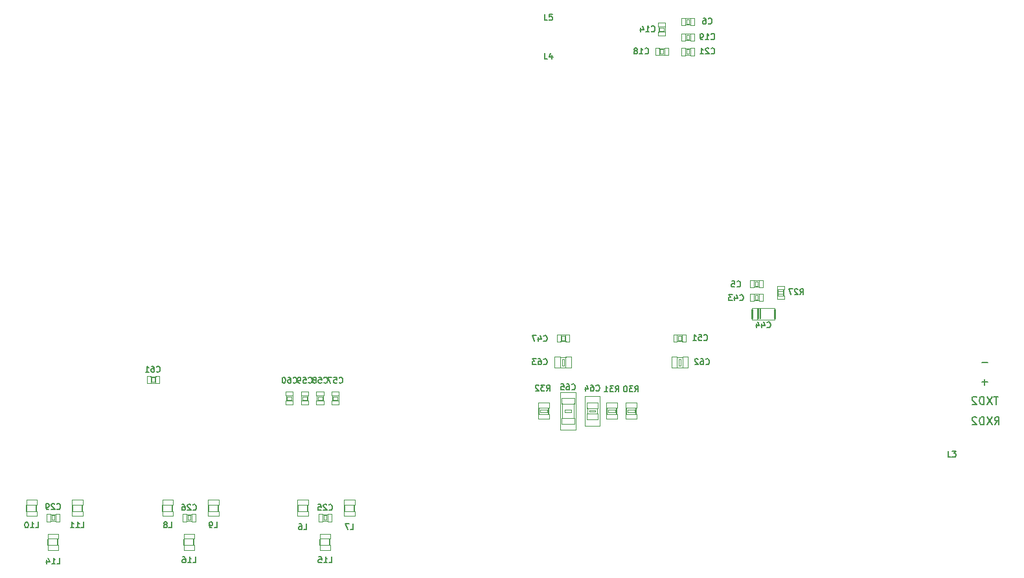
<source format=gbo>
G04 (created by PCBNEW (2013-03-19 BZR 4004)-stable) date 2014/12/12 17:07:44*
%MOIN*%
G04 Gerber Fmt 3.4, Leading zero omitted, Abs format*
%FSLAX34Y34*%
G01*
G70*
G90*
G04 APERTURE LIST*
%ADD10C,0*%
%ADD11C,0.008*%
%ADD12C,0.0026*%
%ADD13C,0.006*%
%ADD14C,0.002*%
%ADD15C,0.004*%
%ADD16C,0.0079*%
%ADD17C,0.005*%
G04 APERTURE END LIST*
G54D10*
G54D11*
X79207Y-70211D02*
X79340Y-70021D01*
X79435Y-70211D02*
X79435Y-69811D01*
X79283Y-69811D01*
X79245Y-69830D01*
X79226Y-69850D01*
X79207Y-69888D01*
X79207Y-69945D01*
X79226Y-69983D01*
X79245Y-70002D01*
X79283Y-70021D01*
X79435Y-70021D01*
X79073Y-69811D02*
X78807Y-70211D01*
X78807Y-69811D02*
X79073Y-70211D01*
X78654Y-70211D02*
X78654Y-69811D01*
X78559Y-69811D01*
X78502Y-69830D01*
X78464Y-69869D01*
X78445Y-69907D01*
X78426Y-69983D01*
X78426Y-70040D01*
X78445Y-70116D01*
X78464Y-70154D01*
X78502Y-70192D01*
X78559Y-70211D01*
X78654Y-70211D01*
X78273Y-69850D02*
X78254Y-69830D01*
X78216Y-69811D01*
X78121Y-69811D01*
X78083Y-69830D01*
X78064Y-69850D01*
X78045Y-69888D01*
X78045Y-69926D01*
X78064Y-69983D01*
X78292Y-70211D01*
X78045Y-70211D01*
X79395Y-68761D02*
X79166Y-68761D01*
X79280Y-69161D02*
X79280Y-68761D01*
X79071Y-68761D02*
X78804Y-69161D01*
X78804Y-68761D02*
X79071Y-69161D01*
X78652Y-69161D02*
X78652Y-68761D01*
X78557Y-68761D01*
X78500Y-68780D01*
X78461Y-68819D01*
X78442Y-68857D01*
X78423Y-68933D01*
X78423Y-68990D01*
X78442Y-69066D01*
X78461Y-69104D01*
X78500Y-69142D01*
X78557Y-69161D01*
X78652Y-69161D01*
X78271Y-68800D02*
X78252Y-68780D01*
X78214Y-68761D01*
X78119Y-68761D01*
X78080Y-68780D01*
X78061Y-68800D01*
X78042Y-68838D01*
X78042Y-68876D01*
X78061Y-68933D01*
X78290Y-69161D01*
X78042Y-69161D01*
X78852Y-68009D02*
X78547Y-68009D01*
X78700Y-68161D02*
X78700Y-67857D01*
X78852Y-67009D02*
X78547Y-67009D01*
G54D12*
X38025Y-76410D02*
X38025Y-76665D01*
X38025Y-76665D02*
X37474Y-76665D01*
X37474Y-76410D02*
X37474Y-76665D01*
X38025Y-76410D02*
X37474Y-76410D01*
X38025Y-75830D02*
X38025Y-76086D01*
X38025Y-76086D02*
X37474Y-76086D01*
X37474Y-75830D02*
X37474Y-76086D01*
X38025Y-75830D02*
X37474Y-75830D01*
G54D13*
X37500Y-76089D02*
X37500Y-76411D01*
X38000Y-76089D02*
X38000Y-76411D01*
G54D12*
X29375Y-74340D02*
X29375Y-74085D01*
X29375Y-74085D02*
X29926Y-74085D01*
X29926Y-74340D02*
X29926Y-74085D01*
X29375Y-74340D02*
X29926Y-74340D01*
X29375Y-74920D02*
X29375Y-74664D01*
X29375Y-74664D02*
X29926Y-74664D01*
X29926Y-74920D02*
X29926Y-74664D01*
X29375Y-74920D02*
X29926Y-74920D01*
G54D13*
X29900Y-74661D02*
X29900Y-74339D01*
X29400Y-74661D02*
X29400Y-74339D01*
G54D12*
X43325Y-74340D02*
X43325Y-74085D01*
X43325Y-74085D02*
X43876Y-74085D01*
X43876Y-74340D02*
X43876Y-74085D01*
X43325Y-74340D02*
X43876Y-74340D01*
X43325Y-74920D02*
X43325Y-74664D01*
X43325Y-74664D02*
X43876Y-74664D01*
X43876Y-74920D02*
X43876Y-74664D01*
X43325Y-74920D02*
X43876Y-74920D01*
G54D13*
X43850Y-74661D02*
X43850Y-74339D01*
X43350Y-74661D02*
X43350Y-74339D01*
G54D12*
X31725Y-74340D02*
X31725Y-74085D01*
X31725Y-74085D02*
X32276Y-74085D01*
X32276Y-74340D02*
X32276Y-74085D01*
X31725Y-74340D02*
X32276Y-74340D01*
X31725Y-74920D02*
X31725Y-74664D01*
X31725Y-74664D02*
X32276Y-74664D01*
X32276Y-74920D02*
X32276Y-74664D01*
X31725Y-74920D02*
X32276Y-74920D01*
G54D13*
X32250Y-74661D02*
X32250Y-74339D01*
X31750Y-74661D02*
X31750Y-74339D01*
G54D12*
X45725Y-74340D02*
X45725Y-74085D01*
X45725Y-74085D02*
X46276Y-74085D01*
X46276Y-74340D02*
X46276Y-74085D01*
X45725Y-74340D02*
X46276Y-74340D01*
X45725Y-74920D02*
X45725Y-74664D01*
X45725Y-74664D02*
X46276Y-74664D01*
X46276Y-74920D02*
X46276Y-74664D01*
X45725Y-74920D02*
X46276Y-74920D01*
G54D13*
X46250Y-74661D02*
X46250Y-74339D01*
X45750Y-74661D02*
X45750Y-74339D01*
G54D12*
X36375Y-74340D02*
X36375Y-74085D01*
X36375Y-74085D02*
X36926Y-74085D01*
X36926Y-74340D02*
X36926Y-74085D01*
X36375Y-74340D02*
X36926Y-74340D01*
X36375Y-74920D02*
X36375Y-74664D01*
X36375Y-74664D02*
X36926Y-74664D01*
X36926Y-74920D02*
X36926Y-74664D01*
X36375Y-74920D02*
X36926Y-74920D01*
G54D13*
X36900Y-74661D02*
X36900Y-74339D01*
X36400Y-74661D02*
X36400Y-74339D01*
G54D12*
X38725Y-74340D02*
X38725Y-74085D01*
X38725Y-74085D02*
X39276Y-74085D01*
X39276Y-74340D02*
X39276Y-74085D01*
X38725Y-74340D02*
X39276Y-74340D01*
X38725Y-74920D02*
X38725Y-74664D01*
X38725Y-74664D02*
X39276Y-74664D01*
X39276Y-74920D02*
X39276Y-74664D01*
X38725Y-74920D02*
X39276Y-74920D01*
G54D13*
X39250Y-74661D02*
X39250Y-74339D01*
X38750Y-74661D02*
X38750Y-74339D01*
G54D12*
X31025Y-76410D02*
X31025Y-76665D01*
X31025Y-76665D02*
X30474Y-76665D01*
X30474Y-76410D02*
X30474Y-76665D01*
X31025Y-76410D02*
X30474Y-76410D01*
X31025Y-75830D02*
X31025Y-76086D01*
X31025Y-76086D02*
X30474Y-76086D01*
X30474Y-75830D02*
X30474Y-76086D01*
X31025Y-75830D02*
X30474Y-75830D01*
G54D13*
X30500Y-76089D02*
X30500Y-76411D01*
X31000Y-76089D02*
X31000Y-76411D01*
G54D12*
X45025Y-76410D02*
X45025Y-76665D01*
X45025Y-76665D02*
X44474Y-76665D01*
X44474Y-76410D02*
X44474Y-76665D01*
X45025Y-76410D02*
X44474Y-76410D01*
X45025Y-75830D02*
X45025Y-76086D01*
X45025Y-76086D02*
X44474Y-76086D01*
X44474Y-75830D02*
X44474Y-76086D01*
X45025Y-75830D02*
X44474Y-75830D01*
G54D13*
X44500Y-76089D02*
X44500Y-76411D01*
X45000Y-76089D02*
X45000Y-76411D01*
G54D12*
X56915Y-70170D02*
X56915Y-69874D01*
X56915Y-69874D02*
X57584Y-69874D01*
X57584Y-70170D02*
X57584Y-69874D01*
X56915Y-70170D02*
X57584Y-70170D01*
X56916Y-69126D02*
X56916Y-68830D01*
X56916Y-68830D02*
X57585Y-68830D01*
X57585Y-69126D02*
X57585Y-68830D01*
X56916Y-69126D02*
X57585Y-69126D01*
X57093Y-69578D02*
X57093Y-69422D01*
X57093Y-69422D02*
X57407Y-69422D01*
X57407Y-69578D02*
X57407Y-69422D01*
X57093Y-69578D02*
X57407Y-69578D01*
G54D14*
X57637Y-70473D02*
X57637Y-68527D01*
X56863Y-68527D02*
X56863Y-70473D01*
X56863Y-70473D02*
X57637Y-70473D01*
X57637Y-68527D02*
X56863Y-68527D01*
G54D15*
X57559Y-69879D02*
X57559Y-69121D01*
X56941Y-69879D02*
X56941Y-69121D01*
G54D12*
X58785Y-69071D02*
X58785Y-69366D01*
X58785Y-69366D02*
X58215Y-69366D01*
X58215Y-69071D02*
X58215Y-69366D01*
X58785Y-69071D02*
X58215Y-69071D01*
X58785Y-69640D02*
X58785Y-69935D01*
X58785Y-69935D02*
X58215Y-69935D01*
X58215Y-69640D02*
X58215Y-69935D01*
X58785Y-69640D02*
X58215Y-69640D01*
X58657Y-69461D02*
X58657Y-69539D01*
X58657Y-69539D02*
X58343Y-69539D01*
X58343Y-69461D02*
X58343Y-69539D01*
X58657Y-69461D02*
X58343Y-69461D01*
G54D14*
X58113Y-68724D02*
X58113Y-70276D01*
X58887Y-70276D02*
X58887Y-68724D01*
X58887Y-68724D02*
X58113Y-68724D01*
G54D15*
X58241Y-69350D02*
X58241Y-69650D01*
X58759Y-69360D02*
X58759Y-69650D01*
G54D14*
X58113Y-70276D02*
X58887Y-70276D01*
G54D12*
X60225Y-69340D02*
X60225Y-69085D01*
X60225Y-69085D02*
X60776Y-69085D01*
X60776Y-69340D02*
X60776Y-69085D01*
X60225Y-69340D02*
X60776Y-69340D01*
X60225Y-69920D02*
X60225Y-69664D01*
X60225Y-69664D02*
X60776Y-69664D01*
X60776Y-69920D02*
X60776Y-69664D01*
X60225Y-69920D02*
X60776Y-69920D01*
X60304Y-69578D02*
X60304Y-69422D01*
X60304Y-69422D02*
X60696Y-69422D01*
X60696Y-69578D02*
X60696Y-69422D01*
X60304Y-69578D02*
X60696Y-69578D01*
G54D13*
X60750Y-69661D02*
X60750Y-69339D01*
X60250Y-69661D02*
X60250Y-69339D01*
G54D12*
X59225Y-69340D02*
X59225Y-69085D01*
X59225Y-69085D02*
X59776Y-69085D01*
X59776Y-69340D02*
X59776Y-69085D01*
X59225Y-69340D02*
X59776Y-69340D01*
X59225Y-69920D02*
X59225Y-69664D01*
X59225Y-69664D02*
X59776Y-69664D01*
X59776Y-69920D02*
X59776Y-69664D01*
X59225Y-69920D02*
X59776Y-69920D01*
X59304Y-69578D02*
X59304Y-69422D01*
X59304Y-69422D02*
X59696Y-69422D01*
X59696Y-69578D02*
X59696Y-69422D01*
X59304Y-69578D02*
X59696Y-69578D01*
G54D13*
X59750Y-69661D02*
X59750Y-69339D01*
X59250Y-69661D02*
X59250Y-69339D01*
G54D12*
X55725Y-69340D02*
X55725Y-69085D01*
X55725Y-69085D02*
X56276Y-69085D01*
X56276Y-69340D02*
X56276Y-69085D01*
X55725Y-69340D02*
X56276Y-69340D01*
X55725Y-69920D02*
X55725Y-69664D01*
X55725Y-69664D02*
X56276Y-69664D01*
X56276Y-69920D02*
X56276Y-69664D01*
X55725Y-69920D02*
X56276Y-69920D01*
X55804Y-69578D02*
X55804Y-69422D01*
X55804Y-69422D02*
X56196Y-69422D01*
X56196Y-69578D02*
X56196Y-69422D01*
X55804Y-69578D02*
X56196Y-69578D01*
G54D13*
X56250Y-69661D02*
X56250Y-69339D01*
X55750Y-69661D02*
X55750Y-69339D01*
G54D12*
X68370Y-63570D02*
X68370Y-63730D01*
X68370Y-63730D02*
X68030Y-63730D01*
X68030Y-63570D02*
X68030Y-63730D01*
X68370Y-63570D02*
X68030Y-63570D01*
X68370Y-63070D02*
X68370Y-63230D01*
X68370Y-63230D02*
X68030Y-63230D01*
X68030Y-63070D02*
X68030Y-63230D01*
X68370Y-63070D02*
X68030Y-63070D01*
X68357Y-63322D02*
X68357Y-63478D01*
X68357Y-63478D02*
X68043Y-63478D01*
X68043Y-63322D02*
X68043Y-63478D01*
X68357Y-63322D02*
X68043Y-63322D01*
G54D13*
X68340Y-63230D02*
X68340Y-63570D01*
X68060Y-63570D02*
X68060Y-63230D01*
G54D16*
X67150Y-64750D02*
X67150Y-64250D01*
X67050Y-64750D02*
X67050Y-64250D01*
G54D12*
X66671Y-64264D02*
X66749Y-64264D01*
X66749Y-64264D02*
X66749Y-64736D01*
X66671Y-64736D02*
X66749Y-64736D01*
X66671Y-64264D02*
X66671Y-64736D01*
X67851Y-64264D02*
X67929Y-64264D01*
X67929Y-64264D02*
X67929Y-64736D01*
X67851Y-64736D02*
X67929Y-64736D01*
X67851Y-64264D02*
X67851Y-64736D01*
X66730Y-64205D02*
X66986Y-64205D01*
X66986Y-64205D02*
X66986Y-64795D01*
X66730Y-64795D02*
X66986Y-64795D01*
X66730Y-64205D02*
X66730Y-64795D01*
G54D15*
X66730Y-64795D02*
X67870Y-64795D01*
X67870Y-64795D02*
X67870Y-64205D01*
X67870Y-64205D02*
X66730Y-64205D01*
X66730Y-64205D02*
X66730Y-64795D01*
G54D12*
X62571Y-66715D02*
X62866Y-66715D01*
X62866Y-66715D02*
X62866Y-67285D01*
X62571Y-67285D02*
X62866Y-67285D01*
X62571Y-66715D02*
X62571Y-67285D01*
X63140Y-66715D02*
X63435Y-66715D01*
X63435Y-66715D02*
X63435Y-67285D01*
X63140Y-67285D02*
X63435Y-67285D01*
X63140Y-66715D02*
X63140Y-67285D01*
X62961Y-66843D02*
X63039Y-66843D01*
X63039Y-66843D02*
X63039Y-67157D01*
X62961Y-67157D02*
X63039Y-67157D01*
X62961Y-66843D02*
X62961Y-67157D01*
G54D15*
X62850Y-67259D02*
X63150Y-67259D01*
X62860Y-66741D02*
X63150Y-66741D01*
G54D12*
X57429Y-67285D02*
X57134Y-67285D01*
X57134Y-67285D02*
X57134Y-66715D01*
X57429Y-66715D02*
X57134Y-66715D01*
X57429Y-67285D02*
X57429Y-66715D01*
X56860Y-67285D02*
X56565Y-67285D01*
X56565Y-67285D02*
X56565Y-66715D01*
X56860Y-66715D02*
X56565Y-66715D01*
X56860Y-67285D02*
X56860Y-66715D01*
X57039Y-67157D02*
X56961Y-67157D01*
X56961Y-67157D02*
X56961Y-66843D01*
X57039Y-66843D02*
X56961Y-66843D01*
X57039Y-67157D02*
X57039Y-66843D01*
G54D15*
X57150Y-66741D02*
X56850Y-66741D01*
X57140Y-67259D02*
X56850Y-67259D01*
G54D12*
X45465Y-68515D02*
X45465Y-68712D01*
X45465Y-68712D02*
X45091Y-68712D01*
X45091Y-68515D02*
X45091Y-68712D01*
X45465Y-68515D02*
X45091Y-68515D01*
X45465Y-68975D02*
X45465Y-69171D01*
X45465Y-69171D02*
X45091Y-69171D01*
X45091Y-68975D02*
X45091Y-69171D01*
X45465Y-68975D02*
X45091Y-68975D01*
X45398Y-68767D02*
X45398Y-68923D01*
X45398Y-68923D02*
X45162Y-68923D01*
X45162Y-68767D02*
X45162Y-68923D01*
X45398Y-68767D02*
X45162Y-68767D01*
G54D15*
X45110Y-68705D02*
X45110Y-68985D01*
X45444Y-68705D02*
X45444Y-68985D01*
G54D12*
X44677Y-68515D02*
X44677Y-68712D01*
X44677Y-68712D02*
X44303Y-68712D01*
X44303Y-68515D02*
X44303Y-68712D01*
X44677Y-68515D02*
X44303Y-68515D01*
X44677Y-68975D02*
X44677Y-69171D01*
X44677Y-69171D02*
X44303Y-69171D01*
X44303Y-68975D02*
X44303Y-69171D01*
X44677Y-68975D02*
X44303Y-68975D01*
X44610Y-68767D02*
X44610Y-68923D01*
X44610Y-68923D02*
X44374Y-68923D01*
X44374Y-68767D02*
X44374Y-68923D01*
X44610Y-68767D02*
X44374Y-68767D01*
G54D15*
X44322Y-68705D02*
X44322Y-68985D01*
X44656Y-68705D02*
X44656Y-68985D01*
G54D12*
X43890Y-68515D02*
X43890Y-68712D01*
X43890Y-68712D02*
X43516Y-68712D01*
X43516Y-68515D02*
X43516Y-68712D01*
X43890Y-68515D02*
X43516Y-68515D01*
X43890Y-68975D02*
X43890Y-69171D01*
X43890Y-69171D02*
X43516Y-69171D01*
X43516Y-68975D02*
X43516Y-69171D01*
X43890Y-68975D02*
X43516Y-68975D01*
X43823Y-68767D02*
X43823Y-68923D01*
X43823Y-68923D02*
X43587Y-68923D01*
X43587Y-68767D02*
X43587Y-68923D01*
X43823Y-68767D02*
X43587Y-68767D01*
G54D15*
X43535Y-68705D02*
X43535Y-68985D01*
X43869Y-68705D02*
X43869Y-68985D01*
G54D12*
X43103Y-68515D02*
X43103Y-68712D01*
X43103Y-68712D02*
X42729Y-68712D01*
X42729Y-68515D02*
X42729Y-68712D01*
X43103Y-68515D02*
X42729Y-68515D01*
X43103Y-68975D02*
X43103Y-69171D01*
X43103Y-69171D02*
X42729Y-69171D01*
X42729Y-68975D02*
X42729Y-69171D01*
X43103Y-68975D02*
X42729Y-68975D01*
X43036Y-68767D02*
X43036Y-68923D01*
X43036Y-68923D02*
X42800Y-68923D01*
X42800Y-68767D02*
X42800Y-68923D01*
X43036Y-68767D02*
X42800Y-68767D01*
G54D15*
X42748Y-68705D02*
X42748Y-68985D01*
X43082Y-68705D02*
X43082Y-68985D01*
G54D12*
X36230Y-68085D02*
X36033Y-68085D01*
X36033Y-68085D02*
X36033Y-67711D01*
X36230Y-67711D02*
X36033Y-67711D01*
X36230Y-68085D02*
X36230Y-67711D01*
X35770Y-68085D02*
X35574Y-68085D01*
X35574Y-68085D02*
X35574Y-67711D01*
X35770Y-67711D02*
X35574Y-67711D01*
X35770Y-68085D02*
X35770Y-67711D01*
X35978Y-68018D02*
X35822Y-68018D01*
X35822Y-68018D02*
X35822Y-67782D01*
X35978Y-67782D02*
X35822Y-67782D01*
X35978Y-68018D02*
X35978Y-67782D01*
G54D15*
X36040Y-67730D02*
X35760Y-67730D01*
X36040Y-68064D02*
X35760Y-68064D01*
G54D12*
X66620Y-62765D02*
X66817Y-62765D01*
X66817Y-62765D02*
X66817Y-63139D01*
X66620Y-63139D02*
X66817Y-63139D01*
X66620Y-62765D02*
X66620Y-63139D01*
X67080Y-62765D02*
X67276Y-62765D01*
X67276Y-62765D02*
X67276Y-63139D01*
X67080Y-63139D02*
X67276Y-63139D01*
X67080Y-62765D02*
X67080Y-63139D01*
X66872Y-62832D02*
X67028Y-62832D01*
X67028Y-62832D02*
X67028Y-63068D01*
X66872Y-63068D02*
X67028Y-63068D01*
X66872Y-62832D02*
X66872Y-63068D01*
G54D15*
X66810Y-63120D02*
X67090Y-63120D01*
X66810Y-62786D02*
X67090Y-62786D01*
G54D12*
X66620Y-63465D02*
X66817Y-63465D01*
X66817Y-63465D02*
X66817Y-63839D01*
X66620Y-63839D02*
X66817Y-63839D01*
X66620Y-63465D02*
X66620Y-63839D01*
X67080Y-63465D02*
X67276Y-63465D01*
X67276Y-63465D02*
X67276Y-63839D01*
X67080Y-63839D02*
X67276Y-63839D01*
X67080Y-63465D02*
X67080Y-63839D01*
X66872Y-63532D02*
X67028Y-63532D01*
X67028Y-63532D02*
X67028Y-63768D01*
X66872Y-63768D02*
X67028Y-63768D01*
X66872Y-63532D02*
X66872Y-63768D01*
G54D15*
X66810Y-63820D02*
X67090Y-63820D01*
X66810Y-63486D02*
X67090Y-63486D01*
G54D12*
X62670Y-65565D02*
X62867Y-65565D01*
X62867Y-65565D02*
X62867Y-65939D01*
X62670Y-65939D02*
X62867Y-65939D01*
X62670Y-65565D02*
X62670Y-65939D01*
X63130Y-65565D02*
X63326Y-65565D01*
X63326Y-65565D02*
X63326Y-65939D01*
X63130Y-65939D02*
X63326Y-65939D01*
X63130Y-65565D02*
X63130Y-65939D01*
X62922Y-65632D02*
X63078Y-65632D01*
X63078Y-65632D02*
X63078Y-65868D01*
X62922Y-65868D02*
X63078Y-65868D01*
X62922Y-65632D02*
X62922Y-65868D01*
G54D15*
X62860Y-65920D02*
X63140Y-65920D01*
X62860Y-65586D02*
X63140Y-65586D01*
G54D12*
X30420Y-74815D02*
X30617Y-74815D01*
X30617Y-74815D02*
X30617Y-75189D01*
X30420Y-75189D02*
X30617Y-75189D01*
X30420Y-74815D02*
X30420Y-75189D01*
X30880Y-74815D02*
X31076Y-74815D01*
X31076Y-74815D02*
X31076Y-75189D01*
X30880Y-75189D02*
X31076Y-75189D01*
X30880Y-74815D02*
X30880Y-75189D01*
X30672Y-74882D02*
X30828Y-74882D01*
X30828Y-74882D02*
X30828Y-75118D01*
X30672Y-75118D02*
X30828Y-75118D01*
X30672Y-74882D02*
X30672Y-75118D01*
G54D15*
X30610Y-75170D02*
X30890Y-75170D01*
X30610Y-74836D02*
X30890Y-74836D01*
G54D12*
X44420Y-74815D02*
X44617Y-74815D01*
X44617Y-74815D02*
X44617Y-75189D01*
X44420Y-75189D02*
X44617Y-75189D01*
X44420Y-74815D02*
X44420Y-75189D01*
X44880Y-74815D02*
X45076Y-74815D01*
X45076Y-74815D02*
X45076Y-75189D01*
X44880Y-75189D02*
X45076Y-75189D01*
X44880Y-74815D02*
X44880Y-75189D01*
X44672Y-74882D02*
X44828Y-74882D01*
X44828Y-74882D02*
X44828Y-75118D01*
X44672Y-75118D02*
X44828Y-75118D01*
X44672Y-74882D02*
X44672Y-75118D01*
G54D15*
X44610Y-75170D02*
X44890Y-75170D01*
X44610Y-74836D02*
X44890Y-74836D01*
G54D12*
X37420Y-74815D02*
X37617Y-74815D01*
X37617Y-74815D02*
X37617Y-75189D01*
X37420Y-75189D02*
X37617Y-75189D01*
X37420Y-74815D02*
X37420Y-75189D01*
X37880Y-74815D02*
X38076Y-74815D01*
X38076Y-74815D02*
X38076Y-75189D01*
X37880Y-75189D02*
X38076Y-75189D01*
X37880Y-74815D02*
X37880Y-75189D01*
X37672Y-74882D02*
X37828Y-74882D01*
X37828Y-74882D02*
X37828Y-75118D01*
X37672Y-75118D02*
X37828Y-75118D01*
X37672Y-74882D02*
X37672Y-75118D01*
G54D15*
X37610Y-75170D02*
X37890Y-75170D01*
X37610Y-74836D02*
X37890Y-74836D01*
G54D12*
X62259Y-49520D02*
X62259Y-49717D01*
X62259Y-49717D02*
X61885Y-49717D01*
X61885Y-49520D02*
X61885Y-49717D01*
X62259Y-49520D02*
X61885Y-49520D01*
X62259Y-49980D02*
X62259Y-50176D01*
X62259Y-50176D02*
X61885Y-50176D01*
X61885Y-49980D02*
X61885Y-50176D01*
X62259Y-49980D02*
X61885Y-49980D01*
X62192Y-49772D02*
X62192Y-49928D01*
X62192Y-49928D02*
X61956Y-49928D01*
X61956Y-49772D02*
X61956Y-49928D01*
X62192Y-49772D02*
X61956Y-49772D01*
G54D15*
X61904Y-49710D02*
X61904Y-49990D01*
X62238Y-49710D02*
X62238Y-49990D01*
G54D12*
X62404Y-51185D02*
X62207Y-51185D01*
X62207Y-51185D02*
X62207Y-50811D01*
X62404Y-50811D02*
X62207Y-50811D01*
X62404Y-51185D02*
X62404Y-50811D01*
X61944Y-51185D02*
X61748Y-51185D01*
X61748Y-51185D02*
X61748Y-50811D01*
X61944Y-50811D02*
X61748Y-50811D01*
X61944Y-51185D02*
X61944Y-50811D01*
X62152Y-51118D02*
X61996Y-51118D01*
X61996Y-51118D02*
X61996Y-50882D01*
X62152Y-50882D02*
X61996Y-50882D01*
X62152Y-51118D02*
X62152Y-50882D01*
G54D15*
X62214Y-50830D02*
X61934Y-50830D01*
X62214Y-51164D02*
X61934Y-51164D01*
G54D12*
X63754Y-50435D02*
X63557Y-50435D01*
X63557Y-50435D02*
X63557Y-50061D01*
X63754Y-50061D02*
X63557Y-50061D01*
X63754Y-50435D02*
X63754Y-50061D01*
X63294Y-50435D02*
X63098Y-50435D01*
X63098Y-50435D02*
X63098Y-50061D01*
X63294Y-50061D02*
X63098Y-50061D01*
X63294Y-50435D02*
X63294Y-50061D01*
X63502Y-50368D02*
X63346Y-50368D01*
X63346Y-50368D02*
X63346Y-50132D01*
X63502Y-50132D02*
X63346Y-50132D01*
X63502Y-50368D02*
X63502Y-50132D01*
G54D15*
X63564Y-50080D02*
X63284Y-50080D01*
X63564Y-50414D02*
X63284Y-50414D01*
G54D12*
X63094Y-49265D02*
X63291Y-49265D01*
X63291Y-49265D02*
X63291Y-49639D01*
X63094Y-49639D02*
X63291Y-49639D01*
X63094Y-49265D02*
X63094Y-49639D01*
X63554Y-49265D02*
X63750Y-49265D01*
X63750Y-49265D02*
X63750Y-49639D01*
X63554Y-49639D02*
X63750Y-49639D01*
X63554Y-49265D02*
X63554Y-49639D01*
X63346Y-49332D02*
X63502Y-49332D01*
X63502Y-49332D02*
X63502Y-49568D01*
X63346Y-49568D02*
X63502Y-49568D01*
X63346Y-49332D02*
X63346Y-49568D01*
G54D15*
X63284Y-49620D02*
X63564Y-49620D01*
X63284Y-49286D02*
X63564Y-49286D01*
G54D12*
X63094Y-50815D02*
X63291Y-50815D01*
X63291Y-50815D02*
X63291Y-51189D01*
X63094Y-51189D02*
X63291Y-51189D01*
X63094Y-50815D02*
X63094Y-51189D01*
X63554Y-50815D02*
X63750Y-50815D01*
X63750Y-50815D02*
X63750Y-51189D01*
X63554Y-51189D02*
X63750Y-51189D01*
X63554Y-50815D02*
X63554Y-51189D01*
X63346Y-50882D02*
X63502Y-50882D01*
X63502Y-50882D02*
X63502Y-51118D01*
X63346Y-51118D02*
X63502Y-51118D01*
X63346Y-50882D02*
X63346Y-51118D01*
G54D15*
X63284Y-51170D02*
X63564Y-51170D01*
X63284Y-50836D02*
X63564Y-50836D01*
G54D12*
X57330Y-65935D02*
X57133Y-65935D01*
X57133Y-65935D02*
X57133Y-65561D01*
X57330Y-65561D02*
X57133Y-65561D01*
X57330Y-65935D02*
X57330Y-65561D01*
X56870Y-65935D02*
X56674Y-65935D01*
X56674Y-65935D02*
X56674Y-65561D01*
X56870Y-65561D02*
X56674Y-65561D01*
X56870Y-65935D02*
X56870Y-65561D01*
X57078Y-65868D02*
X56922Y-65868D01*
X56922Y-65868D02*
X56922Y-65632D01*
X57078Y-65632D02*
X56922Y-65632D01*
X57078Y-65868D02*
X57078Y-65632D01*
G54D15*
X57140Y-65580D02*
X56860Y-65580D01*
X57140Y-65914D02*
X56860Y-65914D01*
G54D17*
X37942Y-77321D02*
X38085Y-77321D01*
X38085Y-77021D01*
X37685Y-77321D02*
X37857Y-77321D01*
X37771Y-77321D02*
X37771Y-77021D01*
X37799Y-77064D01*
X37828Y-77092D01*
X37857Y-77107D01*
X37428Y-77021D02*
X37485Y-77021D01*
X37514Y-77035D01*
X37528Y-77050D01*
X37557Y-77092D01*
X37571Y-77150D01*
X37571Y-77264D01*
X37557Y-77292D01*
X37542Y-77307D01*
X37514Y-77321D01*
X37457Y-77321D01*
X37428Y-77307D01*
X37414Y-77292D01*
X37400Y-77264D01*
X37400Y-77192D01*
X37414Y-77164D01*
X37428Y-77150D01*
X37457Y-77135D01*
X37514Y-77135D01*
X37542Y-77150D01*
X37557Y-77164D01*
X37571Y-77192D01*
X29842Y-75521D02*
X29985Y-75521D01*
X29985Y-75221D01*
X29585Y-75521D02*
X29757Y-75521D01*
X29671Y-75521D02*
X29671Y-75221D01*
X29699Y-75264D01*
X29728Y-75292D01*
X29757Y-75307D01*
X29400Y-75221D02*
X29371Y-75221D01*
X29342Y-75235D01*
X29328Y-75250D01*
X29314Y-75278D01*
X29300Y-75335D01*
X29300Y-75407D01*
X29314Y-75464D01*
X29328Y-75492D01*
X29342Y-75507D01*
X29371Y-75521D01*
X29400Y-75521D01*
X29428Y-75507D01*
X29442Y-75492D01*
X29457Y-75464D01*
X29471Y-75407D01*
X29471Y-75335D01*
X29457Y-75278D01*
X29442Y-75250D01*
X29428Y-75235D01*
X29400Y-75221D01*
X43649Y-75621D02*
X43792Y-75621D01*
X43792Y-75321D01*
X43421Y-75321D02*
X43478Y-75321D01*
X43507Y-75335D01*
X43521Y-75350D01*
X43549Y-75392D01*
X43564Y-75450D01*
X43564Y-75564D01*
X43549Y-75592D01*
X43535Y-75607D01*
X43507Y-75621D01*
X43449Y-75621D01*
X43421Y-75607D01*
X43407Y-75592D01*
X43392Y-75564D01*
X43392Y-75492D01*
X43407Y-75464D01*
X43421Y-75450D01*
X43449Y-75435D01*
X43507Y-75435D01*
X43535Y-75450D01*
X43549Y-75464D01*
X43564Y-75492D01*
X32192Y-75521D02*
X32335Y-75521D01*
X32335Y-75221D01*
X31935Y-75521D02*
X32107Y-75521D01*
X32021Y-75521D02*
X32021Y-75221D01*
X32049Y-75264D01*
X32078Y-75292D01*
X32107Y-75307D01*
X31650Y-75521D02*
X31821Y-75521D01*
X31735Y-75521D02*
X31735Y-75221D01*
X31764Y-75264D01*
X31792Y-75292D01*
X31821Y-75307D01*
X46049Y-75621D02*
X46192Y-75621D01*
X46192Y-75321D01*
X45978Y-75321D02*
X45778Y-75321D01*
X45907Y-75621D01*
X36699Y-75521D02*
X36842Y-75521D01*
X36842Y-75221D01*
X36557Y-75350D02*
X36585Y-75335D01*
X36599Y-75321D01*
X36614Y-75292D01*
X36614Y-75278D01*
X36599Y-75250D01*
X36585Y-75235D01*
X36557Y-75221D01*
X36499Y-75221D01*
X36471Y-75235D01*
X36457Y-75250D01*
X36442Y-75278D01*
X36442Y-75292D01*
X36457Y-75321D01*
X36471Y-75335D01*
X36499Y-75350D01*
X36557Y-75350D01*
X36585Y-75364D01*
X36599Y-75378D01*
X36614Y-75407D01*
X36614Y-75464D01*
X36599Y-75492D01*
X36585Y-75507D01*
X36557Y-75521D01*
X36499Y-75521D01*
X36471Y-75507D01*
X36457Y-75492D01*
X36442Y-75464D01*
X36442Y-75407D01*
X36457Y-75378D01*
X36471Y-75364D01*
X36499Y-75350D01*
X39049Y-75521D02*
X39192Y-75521D01*
X39192Y-75221D01*
X38935Y-75521D02*
X38878Y-75521D01*
X38849Y-75507D01*
X38835Y-75492D01*
X38807Y-75450D01*
X38792Y-75392D01*
X38792Y-75278D01*
X38807Y-75250D01*
X38821Y-75235D01*
X38849Y-75221D01*
X38907Y-75221D01*
X38935Y-75235D01*
X38949Y-75250D01*
X38964Y-75278D01*
X38964Y-75350D01*
X38949Y-75378D01*
X38935Y-75392D01*
X38907Y-75407D01*
X38849Y-75407D01*
X38821Y-75392D01*
X38807Y-75378D01*
X38792Y-75350D01*
X30942Y-77371D02*
X31085Y-77371D01*
X31085Y-77071D01*
X30685Y-77371D02*
X30857Y-77371D01*
X30771Y-77371D02*
X30771Y-77071D01*
X30799Y-77114D01*
X30828Y-77142D01*
X30857Y-77157D01*
X30428Y-77171D02*
X30428Y-77371D01*
X30500Y-77057D02*
X30571Y-77271D01*
X30385Y-77271D01*
X44942Y-77321D02*
X45085Y-77321D01*
X45085Y-77021D01*
X44685Y-77321D02*
X44857Y-77321D01*
X44771Y-77321D02*
X44771Y-77021D01*
X44799Y-77064D01*
X44828Y-77092D01*
X44857Y-77107D01*
X44414Y-77021D02*
X44557Y-77021D01*
X44571Y-77164D01*
X44557Y-77150D01*
X44528Y-77135D01*
X44457Y-77135D01*
X44428Y-77150D01*
X44414Y-77164D01*
X44400Y-77192D01*
X44400Y-77264D01*
X44414Y-77292D01*
X44428Y-77307D01*
X44457Y-77321D01*
X44528Y-77321D01*
X44557Y-77307D01*
X44571Y-77292D01*
X76950Y-71871D02*
X76807Y-71871D01*
X76807Y-71571D01*
X77021Y-71571D02*
X77207Y-71571D01*
X77107Y-71685D01*
X77150Y-71685D01*
X77178Y-71700D01*
X77192Y-71714D01*
X77207Y-71742D01*
X77207Y-71814D01*
X77192Y-71842D01*
X77178Y-71857D01*
X77150Y-71871D01*
X77064Y-71871D01*
X77035Y-71857D01*
X77021Y-71842D01*
X56200Y-51371D02*
X56057Y-51371D01*
X56057Y-51071D01*
X56428Y-51171D02*
X56428Y-51371D01*
X56357Y-51057D02*
X56285Y-51271D01*
X56471Y-51271D01*
X56200Y-49371D02*
X56057Y-49371D01*
X56057Y-49071D01*
X56442Y-49071D02*
X56300Y-49071D01*
X56285Y-49214D01*
X56300Y-49200D01*
X56328Y-49185D01*
X56400Y-49185D01*
X56428Y-49200D01*
X56442Y-49214D01*
X56457Y-49242D01*
X56457Y-49314D01*
X56442Y-49342D01*
X56428Y-49357D01*
X56400Y-49371D01*
X56328Y-49371D01*
X56300Y-49357D01*
X56285Y-49342D01*
X57442Y-68392D02*
X57457Y-68407D01*
X57500Y-68421D01*
X57528Y-68421D01*
X57571Y-68407D01*
X57600Y-68378D01*
X57614Y-68350D01*
X57628Y-68292D01*
X57628Y-68250D01*
X57614Y-68192D01*
X57600Y-68164D01*
X57571Y-68135D01*
X57528Y-68121D01*
X57500Y-68121D01*
X57457Y-68135D01*
X57442Y-68150D01*
X57185Y-68121D02*
X57242Y-68121D01*
X57271Y-68135D01*
X57285Y-68150D01*
X57314Y-68192D01*
X57328Y-68250D01*
X57328Y-68364D01*
X57314Y-68392D01*
X57300Y-68407D01*
X57271Y-68421D01*
X57214Y-68421D01*
X57185Y-68407D01*
X57171Y-68392D01*
X57157Y-68364D01*
X57157Y-68292D01*
X57171Y-68264D01*
X57185Y-68250D01*
X57214Y-68235D01*
X57271Y-68235D01*
X57300Y-68250D01*
X57314Y-68264D01*
X57328Y-68292D01*
X56885Y-68121D02*
X57028Y-68121D01*
X57042Y-68264D01*
X57028Y-68250D01*
X57000Y-68235D01*
X56928Y-68235D01*
X56900Y-68250D01*
X56885Y-68264D01*
X56871Y-68292D01*
X56871Y-68364D01*
X56885Y-68392D01*
X56900Y-68407D01*
X56928Y-68421D01*
X57000Y-68421D01*
X57028Y-68407D01*
X57042Y-68392D01*
X58692Y-68442D02*
X58707Y-68457D01*
X58750Y-68471D01*
X58778Y-68471D01*
X58821Y-68457D01*
X58850Y-68428D01*
X58864Y-68400D01*
X58878Y-68342D01*
X58878Y-68300D01*
X58864Y-68242D01*
X58850Y-68214D01*
X58821Y-68185D01*
X58778Y-68171D01*
X58750Y-68171D01*
X58707Y-68185D01*
X58692Y-68200D01*
X58435Y-68171D02*
X58492Y-68171D01*
X58521Y-68185D01*
X58535Y-68200D01*
X58564Y-68242D01*
X58578Y-68300D01*
X58578Y-68414D01*
X58564Y-68442D01*
X58550Y-68457D01*
X58521Y-68471D01*
X58464Y-68471D01*
X58435Y-68457D01*
X58421Y-68442D01*
X58407Y-68414D01*
X58407Y-68342D01*
X58421Y-68314D01*
X58435Y-68300D01*
X58464Y-68285D01*
X58521Y-68285D01*
X58550Y-68300D01*
X58564Y-68314D01*
X58578Y-68342D01*
X58150Y-68271D02*
X58150Y-68471D01*
X58221Y-68157D02*
X58292Y-68371D01*
X58107Y-68371D01*
X60692Y-68521D02*
X60792Y-68378D01*
X60864Y-68521D02*
X60864Y-68221D01*
X60750Y-68221D01*
X60721Y-68235D01*
X60707Y-68250D01*
X60692Y-68278D01*
X60692Y-68321D01*
X60707Y-68350D01*
X60721Y-68364D01*
X60750Y-68378D01*
X60864Y-68378D01*
X60592Y-68221D02*
X60407Y-68221D01*
X60507Y-68335D01*
X60464Y-68335D01*
X60435Y-68350D01*
X60421Y-68364D01*
X60407Y-68392D01*
X60407Y-68464D01*
X60421Y-68492D01*
X60435Y-68507D01*
X60464Y-68521D01*
X60550Y-68521D01*
X60578Y-68507D01*
X60592Y-68492D01*
X60221Y-68221D02*
X60192Y-68221D01*
X60164Y-68235D01*
X60150Y-68250D01*
X60135Y-68278D01*
X60121Y-68335D01*
X60121Y-68407D01*
X60135Y-68464D01*
X60150Y-68492D01*
X60164Y-68507D01*
X60192Y-68521D01*
X60221Y-68521D01*
X60250Y-68507D01*
X60264Y-68492D01*
X60278Y-68464D01*
X60292Y-68407D01*
X60292Y-68335D01*
X60278Y-68278D01*
X60264Y-68250D01*
X60250Y-68235D01*
X60221Y-68221D01*
X59692Y-68521D02*
X59792Y-68378D01*
X59864Y-68521D02*
X59864Y-68221D01*
X59750Y-68221D01*
X59721Y-68235D01*
X59707Y-68250D01*
X59692Y-68278D01*
X59692Y-68321D01*
X59707Y-68350D01*
X59721Y-68364D01*
X59750Y-68378D01*
X59864Y-68378D01*
X59592Y-68221D02*
X59407Y-68221D01*
X59507Y-68335D01*
X59464Y-68335D01*
X59435Y-68350D01*
X59421Y-68364D01*
X59407Y-68392D01*
X59407Y-68464D01*
X59421Y-68492D01*
X59435Y-68507D01*
X59464Y-68521D01*
X59550Y-68521D01*
X59578Y-68507D01*
X59592Y-68492D01*
X59121Y-68521D02*
X59292Y-68521D01*
X59207Y-68521D02*
X59207Y-68221D01*
X59235Y-68264D01*
X59264Y-68292D01*
X59292Y-68307D01*
X56142Y-68471D02*
X56242Y-68328D01*
X56314Y-68471D02*
X56314Y-68171D01*
X56200Y-68171D01*
X56171Y-68185D01*
X56157Y-68200D01*
X56142Y-68228D01*
X56142Y-68271D01*
X56157Y-68300D01*
X56171Y-68314D01*
X56200Y-68328D01*
X56314Y-68328D01*
X56042Y-68171D02*
X55857Y-68171D01*
X55957Y-68285D01*
X55914Y-68285D01*
X55885Y-68300D01*
X55871Y-68314D01*
X55857Y-68342D01*
X55857Y-68414D01*
X55871Y-68442D01*
X55885Y-68457D01*
X55914Y-68471D01*
X56000Y-68471D01*
X56028Y-68457D01*
X56042Y-68442D01*
X55742Y-68200D02*
X55728Y-68185D01*
X55700Y-68171D01*
X55628Y-68171D01*
X55600Y-68185D01*
X55585Y-68200D01*
X55571Y-68228D01*
X55571Y-68257D01*
X55585Y-68300D01*
X55757Y-68471D01*
X55571Y-68471D01*
X69192Y-63521D02*
X69292Y-63378D01*
X69364Y-63521D02*
X69364Y-63221D01*
X69250Y-63221D01*
X69221Y-63235D01*
X69207Y-63250D01*
X69192Y-63278D01*
X69192Y-63321D01*
X69207Y-63350D01*
X69221Y-63364D01*
X69250Y-63378D01*
X69364Y-63378D01*
X69078Y-63250D02*
X69064Y-63235D01*
X69035Y-63221D01*
X68964Y-63221D01*
X68935Y-63235D01*
X68921Y-63250D01*
X68907Y-63278D01*
X68907Y-63307D01*
X68921Y-63350D01*
X69092Y-63521D01*
X68907Y-63521D01*
X68807Y-63221D02*
X68607Y-63221D01*
X68735Y-63521D01*
X67492Y-65192D02*
X67507Y-65207D01*
X67550Y-65221D01*
X67578Y-65221D01*
X67621Y-65207D01*
X67650Y-65178D01*
X67664Y-65150D01*
X67678Y-65092D01*
X67678Y-65050D01*
X67664Y-64992D01*
X67650Y-64964D01*
X67621Y-64935D01*
X67578Y-64921D01*
X67550Y-64921D01*
X67507Y-64935D01*
X67492Y-64950D01*
X67235Y-65021D02*
X67235Y-65221D01*
X67307Y-64907D02*
X67378Y-65121D01*
X67192Y-65121D01*
X66950Y-65021D02*
X66950Y-65221D01*
X67021Y-64907D02*
X67092Y-65121D01*
X66907Y-65121D01*
X64342Y-67092D02*
X64357Y-67107D01*
X64400Y-67121D01*
X64428Y-67121D01*
X64471Y-67107D01*
X64500Y-67078D01*
X64514Y-67050D01*
X64528Y-66992D01*
X64528Y-66950D01*
X64514Y-66892D01*
X64500Y-66864D01*
X64471Y-66835D01*
X64428Y-66821D01*
X64400Y-66821D01*
X64357Y-66835D01*
X64342Y-66850D01*
X64085Y-66821D02*
X64142Y-66821D01*
X64171Y-66835D01*
X64185Y-66850D01*
X64214Y-66892D01*
X64228Y-66950D01*
X64228Y-67064D01*
X64214Y-67092D01*
X64200Y-67107D01*
X64171Y-67121D01*
X64114Y-67121D01*
X64085Y-67107D01*
X64071Y-67092D01*
X64057Y-67064D01*
X64057Y-66992D01*
X64071Y-66964D01*
X64085Y-66950D01*
X64114Y-66935D01*
X64171Y-66935D01*
X64200Y-66950D01*
X64214Y-66964D01*
X64228Y-66992D01*
X63942Y-66850D02*
X63928Y-66835D01*
X63900Y-66821D01*
X63828Y-66821D01*
X63800Y-66835D01*
X63785Y-66850D01*
X63771Y-66878D01*
X63771Y-66907D01*
X63785Y-66950D01*
X63957Y-67121D01*
X63771Y-67121D01*
X55992Y-67092D02*
X56007Y-67107D01*
X56050Y-67121D01*
X56078Y-67121D01*
X56121Y-67107D01*
X56150Y-67078D01*
X56164Y-67050D01*
X56178Y-66992D01*
X56178Y-66950D01*
X56164Y-66892D01*
X56150Y-66864D01*
X56121Y-66835D01*
X56078Y-66821D01*
X56050Y-66821D01*
X56007Y-66835D01*
X55992Y-66850D01*
X55735Y-66821D02*
X55792Y-66821D01*
X55821Y-66835D01*
X55835Y-66850D01*
X55864Y-66892D01*
X55878Y-66950D01*
X55878Y-67064D01*
X55864Y-67092D01*
X55850Y-67107D01*
X55821Y-67121D01*
X55764Y-67121D01*
X55735Y-67107D01*
X55721Y-67092D01*
X55707Y-67064D01*
X55707Y-66992D01*
X55721Y-66964D01*
X55735Y-66950D01*
X55764Y-66935D01*
X55821Y-66935D01*
X55850Y-66950D01*
X55864Y-66964D01*
X55878Y-66992D01*
X55607Y-66821D02*
X55421Y-66821D01*
X55521Y-66935D01*
X55478Y-66935D01*
X55450Y-66950D01*
X55435Y-66964D01*
X55421Y-66992D01*
X55421Y-67064D01*
X55435Y-67092D01*
X55450Y-67107D01*
X55478Y-67121D01*
X55564Y-67121D01*
X55592Y-67107D01*
X55607Y-67092D01*
X45473Y-68038D02*
X45487Y-68053D01*
X45530Y-68067D01*
X45558Y-68067D01*
X45601Y-68053D01*
X45630Y-68024D01*
X45644Y-67995D01*
X45658Y-67938D01*
X45658Y-67895D01*
X45644Y-67838D01*
X45630Y-67810D01*
X45601Y-67781D01*
X45558Y-67767D01*
X45530Y-67767D01*
X45487Y-67781D01*
X45473Y-67795D01*
X45201Y-67767D02*
X45344Y-67767D01*
X45358Y-67910D01*
X45344Y-67895D01*
X45316Y-67881D01*
X45244Y-67881D01*
X45216Y-67895D01*
X45201Y-67910D01*
X45187Y-67938D01*
X45187Y-68010D01*
X45201Y-68038D01*
X45216Y-68053D01*
X45244Y-68067D01*
X45316Y-68067D01*
X45344Y-68053D01*
X45358Y-68038D01*
X45087Y-67767D02*
X44887Y-67767D01*
X45016Y-68067D01*
X44685Y-68038D02*
X44700Y-68053D01*
X44742Y-68067D01*
X44771Y-68067D01*
X44814Y-68053D01*
X44842Y-68024D01*
X44857Y-67995D01*
X44871Y-67938D01*
X44871Y-67895D01*
X44857Y-67838D01*
X44842Y-67810D01*
X44814Y-67781D01*
X44771Y-67767D01*
X44742Y-67767D01*
X44700Y-67781D01*
X44685Y-67795D01*
X44414Y-67767D02*
X44557Y-67767D01*
X44571Y-67910D01*
X44557Y-67895D01*
X44528Y-67881D01*
X44457Y-67881D01*
X44428Y-67895D01*
X44414Y-67910D01*
X44400Y-67938D01*
X44400Y-68010D01*
X44414Y-68038D01*
X44428Y-68053D01*
X44457Y-68067D01*
X44528Y-68067D01*
X44557Y-68053D01*
X44571Y-68038D01*
X44228Y-67895D02*
X44257Y-67881D01*
X44271Y-67867D01*
X44285Y-67838D01*
X44285Y-67824D01*
X44271Y-67795D01*
X44257Y-67781D01*
X44228Y-67767D01*
X44171Y-67767D01*
X44142Y-67781D01*
X44128Y-67795D01*
X44114Y-67824D01*
X44114Y-67838D01*
X44128Y-67867D01*
X44142Y-67881D01*
X44171Y-67895D01*
X44228Y-67895D01*
X44257Y-67910D01*
X44271Y-67924D01*
X44285Y-67953D01*
X44285Y-68010D01*
X44271Y-68038D01*
X44257Y-68053D01*
X44228Y-68067D01*
X44171Y-68067D01*
X44142Y-68053D01*
X44128Y-68038D01*
X44114Y-68010D01*
X44114Y-67953D01*
X44128Y-67924D01*
X44142Y-67910D01*
X44171Y-67895D01*
X43898Y-68038D02*
X43912Y-68053D01*
X43955Y-68067D01*
X43984Y-68067D01*
X44026Y-68053D01*
X44055Y-68024D01*
X44069Y-67995D01*
X44084Y-67938D01*
X44084Y-67895D01*
X44069Y-67838D01*
X44055Y-67810D01*
X44026Y-67781D01*
X43984Y-67767D01*
X43955Y-67767D01*
X43912Y-67781D01*
X43898Y-67795D01*
X43626Y-67767D02*
X43769Y-67767D01*
X43784Y-67910D01*
X43769Y-67895D01*
X43741Y-67881D01*
X43669Y-67881D01*
X43641Y-67895D01*
X43626Y-67910D01*
X43612Y-67938D01*
X43612Y-68010D01*
X43626Y-68038D01*
X43641Y-68053D01*
X43669Y-68067D01*
X43741Y-68067D01*
X43769Y-68053D01*
X43784Y-68038D01*
X43469Y-68067D02*
X43412Y-68067D01*
X43384Y-68053D01*
X43369Y-68038D01*
X43341Y-67995D01*
X43326Y-67938D01*
X43326Y-67824D01*
X43341Y-67795D01*
X43355Y-67781D01*
X43384Y-67767D01*
X43441Y-67767D01*
X43469Y-67781D01*
X43484Y-67795D01*
X43498Y-67824D01*
X43498Y-67895D01*
X43484Y-67924D01*
X43469Y-67938D01*
X43441Y-67953D01*
X43384Y-67953D01*
X43355Y-67938D01*
X43341Y-67924D01*
X43326Y-67895D01*
X43110Y-68038D02*
X43125Y-68053D01*
X43168Y-68067D01*
X43196Y-68067D01*
X43239Y-68053D01*
X43268Y-68024D01*
X43282Y-67995D01*
X43296Y-67938D01*
X43296Y-67895D01*
X43282Y-67838D01*
X43268Y-67810D01*
X43239Y-67781D01*
X43196Y-67767D01*
X43168Y-67767D01*
X43125Y-67781D01*
X43110Y-67795D01*
X42853Y-67767D02*
X42910Y-67767D01*
X42939Y-67781D01*
X42953Y-67795D01*
X42982Y-67838D01*
X42996Y-67895D01*
X42996Y-68010D01*
X42982Y-68038D01*
X42968Y-68053D01*
X42939Y-68067D01*
X42882Y-68067D01*
X42853Y-68053D01*
X42839Y-68038D01*
X42825Y-68010D01*
X42825Y-67938D01*
X42839Y-67910D01*
X42853Y-67895D01*
X42882Y-67881D01*
X42939Y-67881D01*
X42968Y-67895D01*
X42982Y-67910D01*
X42996Y-67938D01*
X42639Y-67767D02*
X42610Y-67767D01*
X42582Y-67781D01*
X42568Y-67795D01*
X42553Y-67824D01*
X42539Y-67881D01*
X42539Y-67953D01*
X42553Y-68010D01*
X42568Y-68038D01*
X42582Y-68053D01*
X42610Y-68067D01*
X42639Y-68067D01*
X42668Y-68053D01*
X42682Y-68038D01*
X42696Y-68010D01*
X42710Y-67953D01*
X42710Y-67881D01*
X42696Y-67824D01*
X42682Y-67795D01*
X42668Y-67781D01*
X42639Y-67767D01*
X36076Y-67471D02*
X36090Y-67485D01*
X36133Y-67500D01*
X36162Y-67500D01*
X36205Y-67485D01*
X36233Y-67457D01*
X36248Y-67428D01*
X36262Y-67371D01*
X36262Y-67328D01*
X36248Y-67271D01*
X36233Y-67243D01*
X36205Y-67214D01*
X36162Y-67200D01*
X36133Y-67200D01*
X36090Y-67214D01*
X36076Y-67228D01*
X35819Y-67200D02*
X35876Y-67200D01*
X35905Y-67214D01*
X35919Y-67228D01*
X35948Y-67271D01*
X35962Y-67328D01*
X35962Y-67443D01*
X35948Y-67471D01*
X35933Y-67485D01*
X35905Y-67500D01*
X35848Y-67500D01*
X35819Y-67485D01*
X35805Y-67471D01*
X35790Y-67443D01*
X35790Y-67371D01*
X35805Y-67343D01*
X35819Y-67328D01*
X35848Y-67314D01*
X35905Y-67314D01*
X35933Y-67328D01*
X35948Y-67343D01*
X35962Y-67371D01*
X35505Y-67500D02*
X35676Y-67500D01*
X35590Y-67500D02*
X35590Y-67200D01*
X35619Y-67243D01*
X35648Y-67271D01*
X35676Y-67285D01*
X65950Y-63092D02*
X65964Y-63107D01*
X66007Y-63121D01*
X66035Y-63121D01*
X66078Y-63107D01*
X66107Y-63078D01*
X66121Y-63050D01*
X66135Y-62992D01*
X66135Y-62950D01*
X66121Y-62892D01*
X66107Y-62864D01*
X66078Y-62835D01*
X66035Y-62821D01*
X66007Y-62821D01*
X65964Y-62835D01*
X65950Y-62850D01*
X65678Y-62821D02*
X65821Y-62821D01*
X65835Y-62964D01*
X65821Y-62950D01*
X65792Y-62935D01*
X65721Y-62935D01*
X65692Y-62950D01*
X65678Y-62964D01*
X65664Y-62992D01*
X65664Y-63064D01*
X65678Y-63092D01*
X65692Y-63107D01*
X65721Y-63121D01*
X65792Y-63121D01*
X65821Y-63107D01*
X65835Y-63092D01*
X66092Y-63792D02*
X66107Y-63807D01*
X66150Y-63821D01*
X66178Y-63821D01*
X66221Y-63807D01*
X66250Y-63778D01*
X66264Y-63750D01*
X66278Y-63692D01*
X66278Y-63650D01*
X66264Y-63592D01*
X66250Y-63564D01*
X66221Y-63535D01*
X66178Y-63521D01*
X66150Y-63521D01*
X66107Y-63535D01*
X66092Y-63550D01*
X65835Y-63621D02*
X65835Y-63821D01*
X65907Y-63507D02*
X65978Y-63721D01*
X65792Y-63721D01*
X65707Y-63521D02*
X65521Y-63521D01*
X65621Y-63635D01*
X65578Y-63635D01*
X65550Y-63650D01*
X65535Y-63664D01*
X65521Y-63692D01*
X65521Y-63764D01*
X65535Y-63792D01*
X65550Y-63807D01*
X65578Y-63821D01*
X65664Y-63821D01*
X65692Y-63807D01*
X65707Y-63792D01*
X64242Y-65842D02*
X64257Y-65857D01*
X64300Y-65871D01*
X64328Y-65871D01*
X64371Y-65857D01*
X64400Y-65828D01*
X64414Y-65800D01*
X64428Y-65742D01*
X64428Y-65700D01*
X64414Y-65642D01*
X64400Y-65614D01*
X64371Y-65585D01*
X64328Y-65571D01*
X64300Y-65571D01*
X64257Y-65585D01*
X64242Y-65600D01*
X63971Y-65571D02*
X64114Y-65571D01*
X64128Y-65714D01*
X64114Y-65700D01*
X64085Y-65685D01*
X64014Y-65685D01*
X63985Y-65700D01*
X63971Y-65714D01*
X63957Y-65742D01*
X63957Y-65814D01*
X63971Y-65842D01*
X63985Y-65857D01*
X64014Y-65871D01*
X64085Y-65871D01*
X64114Y-65857D01*
X64128Y-65842D01*
X63671Y-65871D02*
X63842Y-65871D01*
X63757Y-65871D02*
X63757Y-65571D01*
X63785Y-65614D01*
X63814Y-65642D01*
X63842Y-65657D01*
X30942Y-74542D02*
X30957Y-74557D01*
X31000Y-74571D01*
X31028Y-74571D01*
X31071Y-74557D01*
X31100Y-74528D01*
X31114Y-74500D01*
X31128Y-74442D01*
X31128Y-74400D01*
X31114Y-74342D01*
X31100Y-74314D01*
X31071Y-74285D01*
X31028Y-74271D01*
X31000Y-74271D01*
X30957Y-74285D01*
X30942Y-74300D01*
X30828Y-74300D02*
X30814Y-74285D01*
X30785Y-74271D01*
X30714Y-74271D01*
X30685Y-74285D01*
X30671Y-74300D01*
X30657Y-74328D01*
X30657Y-74357D01*
X30671Y-74400D01*
X30842Y-74571D01*
X30657Y-74571D01*
X30514Y-74571D02*
X30457Y-74571D01*
X30428Y-74557D01*
X30414Y-74542D01*
X30385Y-74500D01*
X30371Y-74442D01*
X30371Y-74328D01*
X30385Y-74300D01*
X30400Y-74285D01*
X30428Y-74271D01*
X30485Y-74271D01*
X30514Y-74285D01*
X30528Y-74300D01*
X30542Y-74328D01*
X30542Y-74400D01*
X30528Y-74428D01*
X30514Y-74442D01*
X30485Y-74457D01*
X30428Y-74457D01*
X30400Y-74442D01*
X30385Y-74428D01*
X30371Y-74400D01*
X44942Y-74592D02*
X44957Y-74607D01*
X45000Y-74621D01*
X45028Y-74621D01*
X45071Y-74607D01*
X45100Y-74578D01*
X45114Y-74550D01*
X45128Y-74492D01*
X45128Y-74450D01*
X45114Y-74392D01*
X45100Y-74364D01*
X45071Y-74335D01*
X45028Y-74321D01*
X45000Y-74321D01*
X44957Y-74335D01*
X44942Y-74350D01*
X44828Y-74350D02*
X44814Y-74335D01*
X44785Y-74321D01*
X44714Y-74321D01*
X44685Y-74335D01*
X44671Y-74350D01*
X44657Y-74378D01*
X44657Y-74407D01*
X44671Y-74450D01*
X44842Y-74621D01*
X44657Y-74621D01*
X44385Y-74321D02*
X44528Y-74321D01*
X44542Y-74464D01*
X44528Y-74450D01*
X44500Y-74435D01*
X44428Y-74435D01*
X44400Y-74450D01*
X44385Y-74464D01*
X44371Y-74492D01*
X44371Y-74564D01*
X44385Y-74592D01*
X44400Y-74607D01*
X44428Y-74621D01*
X44500Y-74621D01*
X44528Y-74607D01*
X44542Y-74592D01*
X37942Y-74592D02*
X37957Y-74607D01*
X38000Y-74621D01*
X38028Y-74621D01*
X38071Y-74607D01*
X38100Y-74578D01*
X38114Y-74550D01*
X38128Y-74492D01*
X38128Y-74450D01*
X38114Y-74392D01*
X38100Y-74364D01*
X38071Y-74335D01*
X38028Y-74321D01*
X38000Y-74321D01*
X37957Y-74335D01*
X37942Y-74350D01*
X37828Y-74350D02*
X37814Y-74335D01*
X37785Y-74321D01*
X37714Y-74321D01*
X37685Y-74335D01*
X37671Y-74350D01*
X37657Y-74378D01*
X37657Y-74407D01*
X37671Y-74450D01*
X37842Y-74621D01*
X37657Y-74621D01*
X37400Y-74321D02*
X37457Y-74321D01*
X37485Y-74335D01*
X37500Y-74350D01*
X37528Y-74392D01*
X37542Y-74450D01*
X37542Y-74564D01*
X37528Y-74592D01*
X37514Y-74607D01*
X37485Y-74621D01*
X37428Y-74621D01*
X37400Y-74607D01*
X37385Y-74592D01*
X37371Y-74564D01*
X37371Y-74492D01*
X37385Y-74464D01*
X37400Y-74450D01*
X37428Y-74435D01*
X37485Y-74435D01*
X37514Y-74450D01*
X37528Y-74464D01*
X37542Y-74492D01*
X61542Y-49942D02*
X61557Y-49957D01*
X61600Y-49971D01*
X61628Y-49971D01*
X61671Y-49957D01*
X61700Y-49928D01*
X61714Y-49900D01*
X61728Y-49842D01*
X61728Y-49800D01*
X61714Y-49742D01*
X61700Y-49714D01*
X61671Y-49685D01*
X61628Y-49671D01*
X61600Y-49671D01*
X61557Y-49685D01*
X61542Y-49700D01*
X61257Y-49971D02*
X61428Y-49971D01*
X61342Y-49971D02*
X61342Y-49671D01*
X61371Y-49714D01*
X61400Y-49742D01*
X61428Y-49757D01*
X61000Y-49771D02*
X61000Y-49971D01*
X61071Y-49657D02*
X61142Y-49871D01*
X60957Y-49871D01*
X61217Y-51092D02*
X61231Y-51107D01*
X61274Y-51121D01*
X61303Y-51121D01*
X61346Y-51107D01*
X61374Y-51078D01*
X61389Y-51050D01*
X61403Y-50992D01*
X61403Y-50950D01*
X61389Y-50892D01*
X61374Y-50864D01*
X61346Y-50835D01*
X61303Y-50821D01*
X61274Y-50821D01*
X61231Y-50835D01*
X61217Y-50850D01*
X60931Y-51121D02*
X61103Y-51121D01*
X61017Y-51121D02*
X61017Y-50821D01*
X61046Y-50864D01*
X61074Y-50892D01*
X61103Y-50907D01*
X60760Y-50950D02*
X60789Y-50935D01*
X60803Y-50921D01*
X60817Y-50892D01*
X60817Y-50878D01*
X60803Y-50850D01*
X60789Y-50835D01*
X60760Y-50821D01*
X60703Y-50821D01*
X60674Y-50835D01*
X60660Y-50850D01*
X60646Y-50878D01*
X60646Y-50892D01*
X60660Y-50921D01*
X60674Y-50935D01*
X60703Y-50950D01*
X60760Y-50950D01*
X60789Y-50964D01*
X60803Y-50978D01*
X60817Y-51007D01*
X60817Y-51064D01*
X60803Y-51092D01*
X60789Y-51107D01*
X60760Y-51121D01*
X60703Y-51121D01*
X60674Y-51107D01*
X60660Y-51092D01*
X60646Y-51064D01*
X60646Y-51007D01*
X60660Y-50978D01*
X60674Y-50964D01*
X60703Y-50950D01*
X64617Y-50342D02*
X64631Y-50357D01*
X64674Y-50371D01*
X64703Y-50371D01*
X64746Y-50357D01*
X64774Y-50328D01*
X64789Y-50300D01*
X64803Y-50242D01*
X64803Y-50200D01*
X64789Y-50142D01*
X64774Y-50114D01*
X64746Y-50085D01*
X64703Y-50071D01*
X64674Y-50071D01*
X64631Y-50085D01*
X64617Y-50100D01*
X64331Y-50371D02*
X64503Y-50371D01*
X64417Y-50371D02*
X64417Y-50071D01*
X64446Y-50114D01*
X64474Y-50142D01*
X64503Y-50157D01*
X64189Y-50371D02*
X64131Y-50371D01*
X64103Y-50357D01*
X64089Y-50342D01*
X64060Y-50300D01*
X64046Y-50242D01*
X64046Y-50128D01*
X64060Y-50100D01*
X64074Y-50085D01*
X64103Y-50071D01*
X64160Y-50071D01*
X64189Y-50085D01*
X64203Y-50100D01*
X64217Y-50128D01*
X64217Y-50200D01*
X64203Y-50228D01*
X64189Y-50242D01*
X64160Y-50257D01*
X64103Y-50257D01*
X64074Y-50242D01*
X64060Y-50228D01*
X64046Y-50200D01*
X64474Y-49542D02*
X64489Y-49557D01*
X64531Y-49571D01*
X64560Y-49571D01*
X64603Y-49557D01*
X64631Y-49528D01*
X64646Y-49500D01*
X64660Y-49442D01*
X64660Y-49400D01*
X64646Y-49342D01*
X64631Y-49314D01*
X64603Y-49285D01*
X64560Y-49271D01*
X64531Y-49271D01*
X64489Y-49285D01*
X64474Y-49300D01*
X64217Y-49271D02*
X64274Y-49271D01*
X64303Y-49285D01*
X64317Y-49300D01*
X64346Y-49342D01*
X64360Y-49400D01*
X64360Y-49514D01*
X64346Y-49542D01*
X64331Y-49557D01*
X64303Y-49571D01*
X64246Y-49571D01*
X64217Y-49557D01*
X64203Y-49542D01*
X64189Y-49514D01*
X64189Y-49442D01*
X64203Y-49414D01*
X64217Y-49400D01*
X64246Y-49385D01*
X64303Y-49385D01*
X64331Y-49400D01*
X64346Y-49414D01*
X64360Y-49442D01*
X64617Y-51092D02*
X64631Y-51107D01*
X64674Y-51121D01*
X64703Y-51121D01*
X64746Y-51107D01*
X64774Y-51078D01*
X64789Y-51050D01*
X64803Y-50992D01*
X64803Y-50950D01*
X64789Y-50892D01*
X64774Y-50864D01*
X64746Y-50835D01*
X64703Y-50821D01*
X64674Y-50821D01*
X64631Y-50835D01*
X64617Y-50850D01*
X64503Y-50850D02*
X64489Y-50835D01*
X64460Y-50821D01*
X64389Y-50821D01*
X64360Y-50835D01*
X64346Y-50850D01*
X64331Y-50878D01*
X64331Y-50907D01*
X64346Y-50950D01*
X64517Y-51121D01*
X64331Y-51121D01*
X64046Y-51121D02*
X64217Y-51121D01*
X64131Y-51121D02*
X64131Y-50821D01*
X64160Y-50864D01*
X64189Y-50892D01*
X64217Y-50907D01*
X55992Y-65892D02*
X56007Y-65907D01*
X56050Y-65921D01*
X56078Y-65921D01*
X56121Y-65907D01*
X56150Y-65878D01*
X56164Y-65850D01*
X56178Y-65792D01*
X56178Y-65750D01*
X56164Y-65692D01*
X56150Y-65664D01*
X56121Y-65635D01*
X56078Y-65621D01*
X56050Y-65621D01*
X56007Y-65635D01*
X55992Y-65650D01*
X55735Y-65721D02*
X55735Y-65921D01*
X55807Y-65607D02*
X55878Y-65821D01*
X55692Y-65821D01*
X55607Y-65621D02*
X55407Y-65621D01*
X55535Y-65921D01*
M02*

</source>
